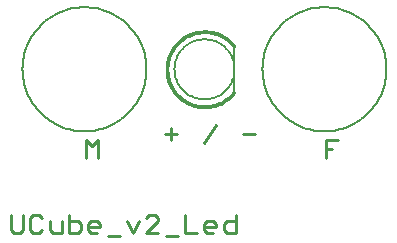
<source format=gto>
G75*
G70*
%OFA0B0*%
%FSLAX24Y24*%
%IPPOS*%
%LPD*%
%AMOC8*
5,1,8,0,0,1.08239X$1,22.5*
%
%ADD10C,0.0110*%
%ADD11C,0.0080*%
%ADD12C,0.0010*%
%ADD13C,0.0060*%
D10*
X001155Y001253D02*
X001253Y001155D01*
X001450Y001155D01*
X001549Y001253D01*
X001549Y001746D01*
X001800Y001647D02*
X001800Y001253D01*
X001898Y001155D01*
X002095Y001155D01*
X002193Y001253D01*
X002444Y001253D02*
X002543Y001155D01*
X002838Y001155D01*
X002838Y001549D01*
X003089Y001549D02*
X003384Y001549D01*
X003482Y001450D01*
X003482Y001253D01*
X003384Y001155D01*
X003089Y001155D01*
X003089Y001746D01*
X002444Y001549D02*
X002444Y001253D01*
X002193Y001647D02*
X002095Y001746D01*
X001898Y001746D01*
X001800Y001647D01*
X001155Y001746D02*
X001155Y001253D01*
X003733Y001253D02*
X003733Y001450D01*
X003832Y001549D01*
X004028Y001549D01*
X004127Y001450D01*
X004127Y001352D01*
X003733Y001352D01*
X003733Y001253D02*
X003832Y001155D01*
X004028Y001155D01*
X004378Y001057D02*
X004771Y001057D01*
X005219Y001155D02*
X005416Y001549D01*
X005667Y001647D02*
X005765Y001746D01*
X005962Y001746D01*
X006061Y001647D01*
X006061Y001549D01*
X005667Y001155D01*
X006061Y001155D01*
X006311Y001057D02*
X006705Y001057D01*
X006956Y001155D02*
X007350Y001155D01*
X007600Y001253D02*
X007600Y001450D01*
X007699Y001549D01*
X007896Y001549D01*
X007994Y001450D01*
X007994Y001352D01*
X007600Y001352D01*
X007600Y001253D02*
X007699Y001155D01*
X007896Y001155D01*
X008245Y001253D02*
X008245Y001450D01*
X008343Y001549D01*
X008639Y001549D01*
X008639Y001746D02*
X008639Y001155D01*
X008343Y001155D01*
X008245Y001253D01*
X006956Y001155D02*
X006956Y001746D01*
X005219Y001155D02*
X005022Y001549D01*
X004049Y003655D02*
X004049Y004246D01*
X003852Y004049D01*
X003655Y004246D01*
X003655Y003655D01*
X006300Y004450D02*
X006693Y004450D01*
X006496Y004647D02*
X006496Y004253D01*
X007589Y004155D02*
X007982Y004746D01*
X008878Y004450D02*
X009271Y004450D01*
X011655Y004246D02*
X011655Y003655D01*
X011655Y003950D02*
X011852Y003950D01*
X011655Y004246D02*
X012049Y004246D01*
D11*
X009533Y006600D02*
X009535Y006701D01*
X009543Y006803D01*
X009555Y006903D01*
X009573Y007003D01*
X009595Y007102D01*
X009622Y007200D01*
X009654Y007296D01*
X009690Y007391D01*
X009731Y007484D01*
X009777Y007574D01*
X009827Y007663D01*
X009881Y007748D01*
X009940Y007831D01*
X010002Y007911D01*
X010068Y007988D01*
X010138Y008062D01*
X010212Y008132D01*
X010289Y008198D01*
X010369Y008260D01*
X010452Y008319D01*
X010537Y008373D01*
X010626Y008423D01*
X010716Y008469D01*
X010809Y008510D01*
X010904Y008546D01*
X011000Y008578D01*
X011098Y008605D01*
X011197Y008627D01*
X011297Y008645D01*
X011397Y008657D01*
X011499Y008665D01*
X011600Y008667D01*
X011701Y008665D01*
X011803Y008657D01*
X011903Y008645D01*
X012003Y008627D01*
X012102Y008605D01*
X012200Y008578D01*
X012296Y008546D01*
X012391Y008510D01*
X012484Y008469D01*
X012574Y008423D01*
X012663Y008373D01*
X012748Y008319D01*
X012831Y008260D01*
X012911Y008198D01*
X012988Y008132D01*
X013062Y008062D01*
X013132Y007988D01*
X013198Y007911D01*
X013260Y007831D01*
X013319Y007748D01*
X013373Y007663D01*
X013423Y007574D01*
X013469Y007484D01*
X013510Y007391D01*
X013546Y007296D01*
X013578Y007200D01*
X013605Y007102D01*
X013627Y007003D01*
X013645Y006903D01*
X013657Y006803D01*
X013665Y006701D01*
X013667Y006600D01*
X013665Y006499D01*
X013657Y006397D01*
X013645Y006297D01*
X013627Y006197D01*
X013605Y006098D01*
X013578Y006000D01*
X013546Y005904D01*
X013510Y005809D01*
X013469Y005716D01*
X013423Y005626D01*
X013373Y005537D01*
X013319Y005452D01*
X013260Y005369D01*
X013198Y005289D01*
X013132Y005212D01*
X013062Y005138D01*
X012988Y005068D01*
X012911Y005002D01*
X012831Y004940D01*
X012748Y004881D01*
X012663Y004827D01*
X012574Y004777D01*
X012484Y004731D01*
X012391Y004690D01*
X012296Y004654D01*
X012200Y004622D01*
X012102Y004595D01*
X012003Y004573D01*
X011903Y004555D01*
X011803Y004543D01*
X011701Y004535D01*
X011600Y004533D01*
X011499Y004535D01*
X011397Y004543D01*
X011297Y004555D01*
X011197Y004573D01*
X011098Y004595D01*
X011000Y004622D01*
X010904Y004654D01*
X010809Y004690D01*
X010716Y004731D01*
X010626Y004777D01*
X010537Y004827D01*
X010452Y004881D01*
X010369Y004940D01*
X010289Y005002D01*
X010212Y005068D01*
X010138Y005138D01*
X010068Y005212D01*
X010002Y005289D01*
X009940Y005369D01*
X009881Y005452D01*
X009827Y005537D01*
X009777Y005626D01*
X009731Y005716D01*
X009690Y005809D01*
X009654Y005904D01*
X009622Y006000D01*
X009595Y006098D01*
X009573Y006197D01*
X009555Y006297D01*
X009543Y006397D01*
X009535Y006499D01*
X009533Y006600D01*
X008600Y005850D02*
X008600Y007350D01*
X001533Y006600D02*
X001535Y006701D01*
X001543Y006803D01*
X001555Y006903D01*
X001573Y007003D01*
X001595Y007102D01*
X001622Y007200D01*
X001654Y007296D01*
X001690Y007391D01*
X001731Y007484D01*
X001777Y007574D01*
X001827Y007663D01*
X001881Y007748D01*
X001940Y007831D01*
X002002Y007911D01*
X002068Y007988D01*
X002138Y008062D01*
X002212Y008132D01*
X002289Y008198D01*
X002369Y008260D01*
X002452Y008319D01*
X002537Y008373D01*
X002626Y008423D01*
X002716Y008469D01*
X002809Y008510D01*
X002904Y008546D01*
X003000Y008578D01*
X003098Y008605D01*
X003197Y008627D01*
X003297Y008645D01*
X003397Y008657D01*
X003499Y008665D01*
X003600Y008667D01*
X003701Y008665D01*
X003803Y008657D01*
X003903Y008645D01*
X004003Y008627D01*
X004102Y008605D01*
X004200Y008578D01*
X004296Y008546D01*
X004391Y008510D01*
X004484Y008469D01*
X004574Y008423D01*
X004663Y008373D01*
X004748Y008319D01*
X004831Y008260D01*
X004911Y008198D01*
X004988Y008132D01*
X005062Y008062D01*
X005132Y007988D01*
X005198Y007911D01*
X005260Y007831D01*
X005319Y007748D01*
X005373Y007663D01*
X005423Y007574D01*
X005469Y007484D01*
X005510Y007391D01*
X005546Y007296D01*
X005578Y007200D01*
X005605Y007102D01*
X005627Y007003D01*
X005645Y006903D01*
X005657Y006803D01*
X005665Y006701D01*
X005667Y006600D01*
X005665Y006499D01*
X005657Y006397D01*
X005645Y006297D01*
X005627Y006197D01*
X005605Y006098D01*
X005578Y006000D01*
X005546Y005904D01*
X005510Y005809D01*
X005469Y005716D01*
X005423Y005626D01*
X005373Y005537D01*
X005319Y005452D01*
X005260Y005369D01*
X005198Y005289D01*
X005132Y005212D01*
X005062Y005138D01*
X004988Y005068D01*
X004911Y005002D01*
X004831Y004940D01*
X004748Y004881D01*
X004663Y004827D01*
X004574Y004777D01*
X004484Y004731D01*
X004391Y004690D01*
X004296Y004654D01*
X004200Y004622D01*
X004102Y004595D01*
X004003Y004573D01*
X003903Y004555D01*
X003803Y004543D01*
X003701Y004535D01*
X003600Y004533D01*
X003499Y004535D01*
X003397Y004543D01*
X003297Y004555D01*
X003197Y004573D01*
X003098Y004595D01*
X003000Y004622D01*
X002904Y004654D01*
X002809Y004690D01*
X002716Y004731D01*
X002626Y004777D01*
X002537Y004827D01*
X002452Y004881D01*
X002369Y004940D01*
X002289Y005002D01*
X002212Y005068D01*
X002138Y005138D01*
X002068Y005212D01*
X002002Y005289D01*
X001940Y005369D01*
X001881Y005452D01*
X001827Y005537D01*
X001777Y005626D01*
X001731Y005716D01*
X001690Y005809D01*
X001654Y005904D01*
X001622Y006000D01*
X001595Y006098D01*
X001573Y006197D01*
X001555Y006297D01*
X001543Y006397D01*
X001535Y006499D01*
X001533Y006600D01*
D12*
X008632Y007380D02*
X008560Y007326D01*
X008561Y007327D02*
X008518Y007380D01*
X008473Y007431D01*
X008424Y007479D01*
X008373Y007524D01*
X008319Y007567D01*
X008263Y007606D01*
X008205Y007642D01*
X008145Y007675D01*
X008084Y007704D01*
X008020Y007729D01*
X007956Y007751D01*
X007890Y007770D01*
X007823Y007784D01*
X007756Y007795D01*
X007688Y007802D01*
X007620Y007805D01*
X007551Y007804D01*
X007483Y007799D01*
X007415Y007791D01*
X007348Y007778D01*
X007282Y007762D01*
X007217Y007742D01*
X007152Y007719D01*
X007090Y007692D01*
X007029Y007661D01*
X006970Y007627D01*
X006912Y007590D01*
X006857Y007549D01*
X006805Y007505D01*
X006755Y007459D01*
X006708Y007410D01*
X006663Y007358D01*
X006622Y007304D01*
X006583Y007247D01*
X006548Y007188D01*
X006517Y007128D01*
X006489Y007066D01*
X006464Y007002D01*
X006443Y006937D01*
X006426Y006871D01*
X006412Y006804D01*
X006403Y006736D01*
X006397Y006668D01*
X006395Y006600D01*
X006397Y006532D01*
X006403Y006464D01*
X006412Y006396D01*
X006426Y006329D01*
X006443Y006263D01*
X006464Y006198D01*
X006489Y006134D01*
X006517Y006072D01*
X006548Y006012D01*
X006583Y005953D01*
X006622Y005896D01*
X006663Y005842D01*
X006708Y005790D01*
X006755Y005741D01*
X006805Y005695D01*
X006857Y005651D01*
X006912Y005610D01*
X006970Y005573D01*
X007029Y005539D01*
X007090Y005508D01*
X007152Y005481D01*
X007217Y005458D01*
X007282Y005438D01*
X007348Y005422D01*
X007415Y005409D01*
X007483Y005401D01*
X007551Y005396D01*
X007620Y005395D01*
X007688Y005398D01*
X007756Y005405D01*
X007823Y005416D01*
X007890Y005430D01*
X007956Y005449D01*
X008020Y005471D01*
X008084Y005496D01*
X008145Y005525D01*
X008205Y005558D01*
X008263Y005594D01*
X008319Y005633D01*
X008373Y005676D01*
X008424Y005721D01*
X008473Y005769D01*
X008518Y005820D01*
X008561Y005873D01*
X008632Y005820D01*
X008633Y005819D01*
X008589Y005764D01*
X008541Y005711D01*
X008491Y005660D01*
X008438Y005613D01*
X008383Y005569D01*
X008325Y005527D01*
X008265Y005489D01*
X008204Y005454D01*
X008140Y005423D01*
X008075Y005395D01*
X008008Y005371D01*
X007940Y005350D01*
X007871Y005334D01*
X007801Y005321D01*
X007731Y005312D01*
X007660Y005306D01*
X007589Y005305D01*
X007518Y005308D01*
X007447Y005314D01*
X007377Y005324D01*
X007308Y005338D01*
X007239Y005356D01*
X007171Y005378D01*
X007105Y005403D01*
X007040Y005432D01*
X006977Y005465D01*
X006916Y005501D01*
X006857Y005540D01*
X006800Y005582D01*
X006745Y005627D01*
X006693Y005676D01*
X006644Y005727D01*
X006597Y005780D01*
X006554Y005837D01*
X006514Y005895D01*
X006477Y005956D01*
X006443Y006018D01*
X006413Y006082D01*
X006386Y006148D01*
X006363Y006215D01*
X006344Y006284D01*
X006329Y006353D01*
X006317Y006423D01*
X006309Y006494D01*
X006305Y006565D01*
X006305Y006635D01*
X006309Y006706D01*
X006317Y006777D01*
X006329Y006847D01*
X006344Y006916D01*
X006363Y006985D01*
X006386Y007052D01*
X006413Y007118D01*
X006443Y007182D01*
X006477Y007244D01*
X006514Y007305D01*
X006554Y007363D01*
X006597Y007420D01*
X006644Y007473D01*
X006693Y007524D01*
X006745Y007573D01*
X006800Y007618D01*
X006857Y007660D01*
X006916Y007699D01*
X006977Y007735D01*
X007040Y007768D01*
X007105Y007797D01*
X007171Y007822D01*
X007239Y007844D01*
X007308Y007862D01*
X007377Y007876D01*
X007447Y007886D01*
X007518Y007892D01*
X007589Y007895D01*
X007660Y007894D01*
X007731Y007888D01*
X007801Y007879D01*
X007871Y007866D01*
X007940Y007850D01*
X008008Y007829D01*
X008075Y007805D01*
X008140Y007777D01*
X008204Y007746D01*
X008265Y007711D01*
X008325Y007673D01*
X008383Y007631D01*
X008438Y007587D01*
X008491Y007540D01*
X008541Y007489D01*
X008589Y007436D01*
X008633Y007381D01*
X008626Y007376D01*
X008581Y007431D01*
X008534Y007484D01*
X008483Y007535D01*
X008430Y007582D01*
X008374Y007627D01*
X008316Y007668D01*
X008256Y007706D01*
X008194Y007741D01*
X008130Y007772D01*
X008064Y007799D01*
X007997Y007823D01*
X007928Y007843D01*
X007859Y007860D01*
X007789Y007872D01*
X007718Y007881D01*
X007647Y007885D01*
X007576Y007886D01*
X007505Y007882D01*
X007434Y007875D01*
X007363Y007864D01*
X007294Y007849D01*
X007225Y007830D01*
X007157Y007807D01*
X007091Y007781D01*
X007026Y007751D01*
X006964Y007717D01*
X006903Y007681D01*
X006844Y007640D01*
X006787Y007597D01*
X006733Y007550D01*
X006682Y007501D01*
X006634Y007448D01*
X006588Y007394D01*
X006546Y007336D01*
X006507Y007277D01*
X006471Y007215D01*
X006438Y007152D01*
X006410Y007087D01*
X006384Y007020D01*
X006363Y006952D01*
X006345Y006883D01*
X006332Y006813D01*
X006322Y006742D01*
X006316Y006671D01*
X006314Y006600D01*
X006316Y006529D01*
X006322Y006458D01*
X006332Y006387D01*
X006345Y006317D01*
X006363Y006248D01*
X006384Y006180D01*
X006410Y006113D01*
X006438Y006048D01*
X006471Y005985D01*
X006507Y005923D01*
X006546Y005864D01*
X006588Y005806D01*
X006634Y005752D01*
X006682Y005699D01*
X006733Y005650D01*
X006787Y005603D01*
X006844Y005560D01*
X006903Y005519D01*
X006964Y005483D01*
X007026Y005449D01*
X007091Y005419D01*
X007157Y005393D01*
X007225Y005370D01*
X007294Y005351D01*
X007363Y005336D01*
X007434Y005325D01*
X007505Y005318D01*
X007576Y005314D01*
X007647Y005315D01*
X007718Y005319D01*
X007789Y005328D01*
X007859Y005340D01*
X007928Y005357D01*
X007997Y005377D01*
X008064Y005401D01*
X008130Y005428D01*
X008194Y005459D01*
X008256Y005494D01*
X008316Y005532D01*
X008374Y005573D01*
X008430Y005618D01*
X008483Y005665D01*
X008534Y005716D01*
X008581Y005769D01*
X008626Y005824D01*
X008619Y005830D01*
X008574Y005775D01*
X008527Y005722D01*
X008477Y005672D01*
X008424Y005625D01*
X008369Y005581D01*
X008311Y005539D01*
X008252Y005502D01*
X008190Y005467D01*
X008126Y005436D01*
X008061Y005409D01*
X007994Y005385D01*
X007926Y005365D01*
X007857Y005349D01*
X007788Y005337D01*
X007717Y005328D01*
X007647Y005324D01*
X007576Y005323D01*
X007505Y005327D01*
X007435Y005334D01*
X007365Y005345D01*
X007296Y005360D01*
X007228Y005379D01*
X007160Y005401D01*
X007095Y005427D01*
X007030Y005457D01*
X006968Y005490D01*
X006908Y005527D01*
X006849Y005567D01*
X006793Y005610D01*
X006739Y005656D01*
X006689Y005706D01*
X006640Y005757D01*
X006595Y005812D01*
X006553Y005869D01*
X006514Y005928D01*
X006479Y005989D01*
X006446Y006052D01*
X006418Y006117D01*
X006393Y006183D01*
X006372Y006251D01*
X006354Y006319D01*
X006341Y006389D01*
X006331Y006459D01*
X006325Y006529D01*
X006323Y006600D01*
X006325Y006671D01*
X006331Y006741D01*
X006341Y006811D01*
X006354Y006881D01*
X006372Y006949D01*
X006393Y007017D01*
X006418Y007083D01*
X006446Y007148D01*
X006479Y007211D01*
X006514Y007272D01*
X006553Y007331D01*
X006595Y007388D01*
X006640Y007443D01*
X006689Y007494D01*
X006739Y007544D01*
X006793Y007590D01*
X006849Y007633D01*
X006908Y007673D01*
X006968Y007710D01*
X007030Y007743D01*
X007095Y007773D01*
X007160Y007799D01*
X007228Y007821D01*
X007296Y007840D01*
X007365Y007855D01*
X007435Y007866D01*
X007505Y007873D01*
X007576Y007877D01*
X007647Y007876D01*
X007717Y007872D01*
X007788Y007863D01*
X007857Y007851D01*
X007926Y007835D01*
X007994Y007815D01*
X008061Y007791D01*
X008126Y007764D01*
X008190Y007733D01*
X008252Y007698D01*
X008311Y007661D01*
X008369Y007619D01*
X008424Y007575D01*
X008477Y007528D01*
X008527Y007478D01*
X008574Y007425D01*
X008619Y007370D01*
X008611Y007365D01*
X008567Y007420D01*
X008519Y007473D01*
X008469Y007523D01*
X008416Y007571D01*
X008360Y007615D01*
X008302Y007656D01*
X008242Y007693D01*
X008180Y007728D01*
X008116Y007758D01*
X008050Y007785D01*
X007983Y007809D01*
X007915Y007828D01*
X007845Y007844D01*
X007775Y007856D01*
X007705Y007864D01*
X007634Y007868D01*
X007563Y007867D01*
X007492Y007863D01*
X007421Y007855D01*
X007351Y007843D01*
X007282Y007827D01*
X007214Y007808D01*
X007146Y007784D01*
X007081Y007757D01*
X007017Y007726D01*
X006955Y007692D01*
X006895Y007654D01*
X006837Y007612D01*
X006781Y007568D01*
X006728Y007521D01*
X006678Y007470D01*
X006631Y007417D01*
X006586Y007362D01*
X006545Y007304D01*
X006508Y007244D01*
X006473Y007181D01*
X006442Y007117D01*
X006415Y007052D01*
X006392Y006985D01*
X006372Y006916D01*
X006356Y006847D01*
X006344Y006777D01*
X006336Y006706D01*
X006332Y006636D01*
X006332Y006564D01*
X006336Y006494D01*
X006344Y006423D01*
X006356Y006353D01*
X006372Y006284D01*
X006392Y006215D01*
X006415Y006148D01*
X006442Y006083D01*
X006473Y006019D01*
X006508Y005956D01*
X006545Y005896D01*
X006586Y005838D01*
X006631Y005783D01*
X006678Y005730D01*
X006728Y005679D01*
X006781Y005632D01*
X006837Y005588D01*
X006895Y005546D01*
X006955Y005508D01*
X007017Y005474D01*
X007081Y005443D01*
X007146Y005416D01*
X007214Y005392D01*
X007282Y005373D01*
X007351Y005357D01*
X007421Y005345D01*
X007492Y005337D01*
X007563Y005333D01*
X007634Y005332D01*
X007705Y005336D01*
X007775Y005344D01*
X007845Y005356D01*
X007915Y005372D01*
X007983Y005391D01*
X008050Y005415D01*
X008116Y005442D01*
X008180Y005472D01*
X008242Y005507D01*
X008302Y005544D01*
X008360Y005585D01*
X008416Y005629D01*
X008469Y005677D01*
X008519Y005727D01*
X008567Y005780D01*
X008611Y005835D01*
X008604Y005841D01*
X008560Y005786D01*
X008513Y005733D01*
X008463Y005683D01*
X008410Y005636D01*
X008355Y005592D01*
X008297Y005552D01*
X008238Y005514D01*
X008176Y005480D01*
X008112Y005450D01*
X008047Y005423D01*
X007980Y005400D01*
X007912Y005380D01*
X007844Y005365D01*
X007774Y005353D01*
X007704Y005345D01*
X007633Y005341D01*
X007563Y005342D01*
X007492Y005346D01*
X007422Y005354D01*
X007353Y005366D01*
X007284Y005381D01*
X007216Y005401D01*
X007150Y005424D01*
X007085Y005451D01*
X007021Y005482D01*
X006959Y005516D01*
X006900Y005554D01*
X006842Y005595D01*
X006787Y005639D01*
X006734Y005686D01*
X006685Y005736D01*
X006638Y005788D01*
X006594Y005844D01*
X006553Y005901D01*
X006515Y005961D01*
X006481Y006023D01*
X006451Y006086D01*
X006424Y006151D01*
X006400Y006218D01*
X006381Y006286D01*
X006365Y006355D01*
X006353Y006424D01*
X006345Y006494D01*
X006341Y006565D01*
X006341Y006635D01*
X006345Y006706D01*
X006353Y006776D01*
X006365Y006845D01*
X006381Y006914D01*
X006400Y006982D01*
X006424Y007049D01*
X006451Y007114D01*
X006481Y007177D01*
X006515Y007239D01*
X006553Y007299D01*
X006594Y007356D01*
X006638Y007412D01*
X006685Y007464D01*
X006734Y007514D01*
X006787Y007561D01*
X006842Y007605D01*
X006900Y007646D01*
X006959Y007684D01*
X007021Y007718D01*
X007085Y007749D01*
X007150Y007776D01*
X007216Y007799D01*
X007284Y007819D01*
X007353Y007834D01*
X007422Y007846D01*
X007492Y007854D01*
X007563Y007858D01*
X007633Y007859D01*
X007704Y007855D01*
X007774Y007847D01*
X007844Y007835D01*
X007912Y007820D01*
X007980Y007800D01*
X008047Y007777D01*
X008112Y007750D01*
X008176Y007720D01*
X008238Y007686D01*
X008297Y007648D01*
X008355Y007608D01*
X008410Y007564D01*
X008463Y007517D01*
X008513Y007467D01*
X008560Y007414D01*
X008604Y007359D01*
X008597Y007354D01*
X008553Y007409D01*
X008506Y007461D01*
X008457Y007510D01*
X008404Y007557D01*
X008350Y007600D01*
X008292Y007641D01*
X008233Y007678D01*
X008172Y007712D01*
X008108Y007742D01*
X008044Y007769D01*
X007977Y007792D01*
X007910Y007811D01*
X007842Y007826D01*
X007773Y007838D01*
X007703Y007846D01*
X007633Y007850D01*
X007563Y007849D01*
X007493Y007845D01*
X007424Y007837D01*
X007355Y007826D01*
X007286Y007810D01*
X007219Y007791D01*
X007153Y007767D01*
X007088Y007740D01*
X007025Y007710D01*
X006964Y007676D01*
X006905Y007639D01*
X006847Y007598D01*
X006793Y007554D01*
X006741Y007508D01*
X006691Y007458D01*
X006644Y007406D01*
X006601Y007351D01*
X006560Y007294D01*
X006523Y007235D01*
X006489Y007173D01*
X006459Y007110D01*
X006432Y007045D01*
X006409Y006979D01*
X006390Y006912D01*
X006374Y006844D01*
X006362Y006775D01*
X006354Y006705D01*
X006350Y006635D01*
X006350Y006565D01*
X006354Y006495D01*
X006362Y006425D01*
X006374Y006356D01*
X006390Y006288D01*
X006409Y006221D01*
X006432Y006155D01*
X006459Y006090D01*
X006489Y006027D01*
X006523Y005965D01*
X006560Y005906D01*
X006601Y005849D01*
X006644Y005794D01*
X006691Y005742D01*
X006741Y005692D01*
X006793Y005646D01*
X006847Y005602D01*
X006905Y005561D01*
X006964Y005524D01*
X007025Y005490D01*
X007088Y005460D01*
X007153Y005433D01*
X007219Y005409D01*
X007286Y005390D01*
X007355Y005374D01*
X007424Y005363D01*
X007493Y005355D01*
X007563Y005351D01*
X007633Y005350D01*
X007703Y005354D01*
X007773Y005362D01*
X007842Y005374D01*
X007910Y005389D01*
X007977Y005408D01*
X008044Y005431D01*
X008108Y005458D01*
X008172Y005488D01*
X008233Y005522D01*
X008292Y005559D01*
X008350Y005600D01*
X008404Y005643D01*
X008457Y005690D01*
X008506Y005739D01*
X008553Y005791D01*
X008597Y005846D01*
X008590Y005851D01*
X008546Y005797D01*
X008500Y005745D01*
X008451Y005696D01*
X008399Y005650D01*
X008344Y005607D01*
X008287Y005567D01*
X008228Y005530D01*
X008167Y005496D01*
X008105Y005466D01*
X008040Y005440D01*
X007975Y005417D01*
X007908Y005398D01*
X007840Y005382D01*
X007771Y005371D01*
X007702Y005363D01*
X007633Y005359D01*
X007563Y005360D01*
X007494Y005364D01*
X007425Y005371D01*
X007356Y005383D01*
X007289Y005399D01*
X007222Y005418D01*
X007156Y005441D01*
X007092Y005468D01*
X007029Y005498D01*
X006968Y005532D01*
X006910Y005569D01*
X006853Y005609D01*
X006799Y005652D01*
X006747Y005699D01*
X006698Y005748D01*
X006651Y005800D01*
X006608Y005854D01*
X006568Y005911D01*
X006531Y005970D01*
X006497Y006031D01*
X006467Y006094D01*
X006440Y006158D01*
X006417Y006223D01*
X006398Y006290D01*
X006383Y006358D01*
X006371Y006427D01*
X006363Y006496D01*
X006359Y006565D01*
X006359Y006635D01*
X006363Y006704D01*
X006371Y006773D01*
X006383Y006842D01*
X006398Y006910D01*
X006417Y006977D01*
X006440Y007042D01*
X006467Y007106D01*
X006497Y007169D01*
X006531Y007230D01*
X006568Y007289D01*
X006608Y007346D01*
X006651Y007400D01*
X006698Y007452D01*
X006747Y007501D01*
X006799Y007548D01*
X006853Y007591D01*
X006910Y007631D01*
X006968Y007668D01*
X007029Y007702D01*
X007092Y007732D01*
X007156Y007759D01*
X007222Y007782D01*
X007289Y007801D01*
X007356Y007817D01*
X007425Y007829D01*
X007494Y007836D01*
X007563Y007840D01*
X007633Y007841D01*
X007702Y007837D01*
X007771Y007829D01*
X007840Y007818D01*
X007908Y007802D01*
X007975Y007783D01*
X008040Y007760D01*
X008105Y007734D01*
X008167Y007704D01*
X008228Y007670D01*
X008287Y007633D01*
X008344Y007593D01*
X008399Y007550D01*
X008451Y007504D01*
X008500Y007455D01*
X008546Y007403D01*
X008590Y007349D01*
X008583Y007343D01*
X008539Y007397D01*
X008493Y007448D01*
X008444Y007497D01*
X008393Y007543D01*
X008339Y007586D01*
X008282Y007626D01*
X008224Y007662D01*
X008163Y007696D01*
X008101Y007726D01*
X008037Y007752D01*
X007972Y007774D01*
X007906Y007793D01*
X007838Y007809D01*
X007770Y007820D01*
X007702Y007828D01*
X007633Y007832D01*
X007564Y007831D01*
X007495Y007827D01*
X007426Y007820D01*
X007358Y007808D01*
X007291Y007793D01*
X007224Y007773D01*
X007159Y007750D01*
X007096Y007724D01*
X007033Y007694D01*
X006973Y007661D01*
X006915Y007624D01*
X006858Y007584D01*
X006804Y007541D01*
X006753Y007495D01*
X006704Y007446D01*
X006658Y007394D01*
X006615Y007340D01*
X006575Y007284D01*
X006539Y007225D01*
X006505Y007165D01*
X006475Y007103D01*
X006449Y007039D01*
X006426Y006974D01*
X006407Y006907D01*
X006392Y006840D01*
X006380Y006772D01*
X006372Y006703D01*
X006368Y006635D01*
X006368Y006565D01*
X006372Y006497D01*
X006380Y006428D01*
X006392Y006360D01*
X006407Y006293D01*
X006426Y006226D01*
X006449Y006161D01*
X006475Y006097D01*
X006505Y006035D01*
X006539Y005975D01*
X006575Y005916D01*
X006615Y005860D01*
X006658Y005806D01*
X006704Y005754D01*
X006753Y005705D01*
X006804Y005659D01*
X006858Y005616D01*
X006915Y005576D01*
X006973Y005539D01*
X007033Y005506D01*
X007096Y005476D01*
X007159Y005450D01*
X007224Y005427D01*
X007291Y005407D01*
X007358Y005392D01*
X007426Y005380D01*
X007495Y005373D01*
X007564Y005369D01*
X007633Y005368D01*
X007702Y005372D01*
X007770Y005380D01*
X007838Y005391D01*
X007906Y005407D01*
X007972Y005426D01*
X008037Y005448D01*
X008101Y005474D01*
X008163Y005504D01*
X008224Y005538D01*
X008282Y005574D01*
X008339Y005614D01*
X008393Y005657D01*
X008444Y005703D01*
X008493Y005752D01*
X008539Y005803D01*
X008583Y005857D01*
X008575Y005862D01*
X008532Y005808D01*
X008486Y005757D01*
X008436Y005708D01*
X008385Y005662D01*
X008330Y005619D01*
X008273Y005579D01*
X008215Y005543D01*
X008154Y005509D01*
X008091Y005480D01*
X008027Y005454D01*
X007961Y005432D01*
X007894Y005413D01*
X007827Y005398D01*
X007758Y005387D01*
X007689Y005380D01*
X007620Y005377D01*
X007551Y005378D01*
X007481Y005383D01*
X007413Y005391D01*
X007345Y005404D01*
X007277Y005420D01*
X007211Y005441D01*
X007146Y005464D01*
X007082Y005492D01*
X007020Y005523D01*
X006960Y005558D01*
X006902Y005596D01*
X006846Y005637D01*
X006793Y005681D01*
X006742Y005728D01*
X006694Y005778D01*
X006649Y005831D01*
X006607Y005886D01*
X006568Y005943D01*
X006533Y006003D01*
X006501Y006064D01*
X006472Y006127D01*
X006447Y006192D01*
X006426Y006258D01*
X006408Y006325D01*
X006395Y006393D01*
X006385Y006462D01*
X006379Y006531D01*
X006377Y006600D01*
X006379Y006669D01*
X006385Y006738D01*
X006395Y006807D01*
X006408Y006875D01*
X006426Y006942D01*
X006447Y007008D01*
X006472Y007073D01*
X006501Y007136D01*
X006533Y007197D01*
X006568Y007257D01*
X006607Y007314D01*
X006649Y007369D01*
X006694Y007422D01*
X006742Y007472D01*
X006793Y007519D01*
X006846Y007563D01*
X006902Y007604D01*
X006960Y007642D01*
X007020Y007677D01*
X007082Y007708D01*
X007146Y007736D01*
X007211Y007759D01*
X007277Y007780D01*
X007345Y007796D01*
X007413Y007809D01*
X007481Y007817D01*
X007551Y007822D01*
X007620Y007823D01*
X007689Y007820D01*
X007758Y007813D01*
X007827Y007802D01*
X007894Y007787D01*
X007961Y007768D01*
X008027Y007746D01*
X008091Y007720D01*
X008154Y007691D01*
X008215Y007657D01*
X008273Y007621D01*
X008330Y007581D01*
X008385Y007538D01*
X008436Y007492D01*
X008486Y007443D01*
X008532Y007392D01*
X008575Y007338D01*
X008568Y007332D01*
X008525Y007386D01*
X008479Y007437D01*
X008430Y007486D01*
X008379Y007531D01*
X008325Y007574D01*
X008268Y007613D01*
X008210Y007650D01*
X008150Y007683D01*
X008087Y007712D01*
X008024Y007738D01*
X007958Y007760D01*
X007892Y007778D01*
X007825Y007793D01*
X007757Y007804D01*
X007688Y007811D01*
X007620Y007814D01*
X007551Y007813D01*
X007482Y007808D01*
X007414Y007800D01*
X007346Y007787D01*
X007280Y007771D01*
X007214Y007751D01*
X007149Y007727D01*
X007086Y007700D01*
X007025Y007669D01*
X006965Y007635D01*
X006907Y007597D01*
X006852Y007556D01*
X006799Y007512D01*
X006749Y007465D01*
X006701Y007416D01*
X006656Y007364D01*
X006614Y007309D01*
X006576Y007252D01*
X006541Y007193D01*
X006509Y007132D01*
X006480Y007069D01*
X006456Y007005D01*
X006434Y006939D01*
X006417Y006873D01*
X006404Y006805D01*
X006394Y006737D01*
X006388Y006669D01*
X006386Y006600D01*
X006388Y006531D01*
X006394Y006463D01*
X006404Y006395D01*
X006417Y006327D01*
X006434Y006261D01*
X006456Y006195D01*
X006480Y006131D01*
X006509Y006068D01*
X006541Y006007D01*
X006576Y005948D01*
X006614Y005891D01*
X006656Y005836D01*
X006701Y005784D01*
X006749Y005735D01*
X006799Y005688D01*
X006852Y005644D01*
X006907Y005603D01*
X006965Y005565D01*
X007025Y005531D01*
X007086Y005500D01*
X007149Y005473D01*
X007214Y005449D01*
X007280Y005429D01*
X007346Y005413D01*
X007414Y005400D01*
X007482Y005392D01*
X007551Y005387D01*
X007620Y005386D01*
X007688Y005389D01*
X007757Y005396D01*
X007825Y005407D01*
X007892Y005422D01*
X007958Y005440D01*
X008024Y005462D01*
X008087Y005488D01*
X008150Y005517D01*
X008210Y005550D01*
X008268Y005587D01*
X008325Y005626D01*
X008379Y005669D01*
X008430Y005714D01*
X008479Y005763D01*
X008525Y005814D01*
X008568Y005868D01*
D13*
X006600Y006600D02*
X006602Y006663D01*
X006608Y006725D01*
X006618Y006787D01*
X006631Y006849D01*
X006649Y006909D01*
X006670Y006968D01*
X006695Y007026D01*
X006724Y007082D01*
X006756Y007136D01*
X006791Y007188D01*
X006829Y007237D01*
X006871Y007285D01*
X006915Y007329D01*
X006963Y007371D01*
X007012Y007409D01*
X007064Y007444D01*
X007118Y007476D01*
X007174Y007505D01*
X007232Y007530D01*
X007291Y007551D01*
X007351Y007569D01*
X007413Y007582D01*
X007475Y007592D01*
X007537Y007598D01*
X007600Y007600D01*
X007663Y007598D01*
X007725Y007592D01*
X007787Y007582D01*
X007849Y007569D01*
X007909Y007551D01*
X007968Y007530D01*
X008026Y007505D01*
X008082Y007476D01*
X008136Y007444D01*
X008188Y007409D01*
X008237Y007371D01*
X008285Y007329D01*
X008329Y007285D01*
X008371Y007237D01*
X008409Y007188D01*
X008444Y007136D01*
X008476Y007082D01*
X008505Y007026D01*
X008530Y006968D01*
X008551Y006909D01*
X008569Y006849D01*
X008582Y006787D01*
X008592Y006725D01*
X008598Y006663D01*
X008600Y006600D01*
X008598Y006537D01*
X008592Y006475D01*
X008582Y006413D01*
X008569Y006351D01*
X008551Y006291D01*
X008530Y006232D01*
X008505Y006174D01*
X008476Y006118D01*
X008444Y006064D01*
X008409Y006012D01*
X008371Y005963D01*
X008329Y005915D01*
X008285Y005871D01*
X008237Y005829D01*
X008188Y005791D01*
X008136Y005756D01*
X008082Y005724D01*
X008026Y005695D01*
X007968Y005670D01*
X007909Y005649D01*
X007849Y005631D01*
X007787Y005618D01*
X007725Y005608D01*
X007663Y005602D01*
X007600Y005600D01*
X007537Y005602D01*
X007475Y005608D01*
X007413Y005618D01*
X007351Y005631D01*
X007291Y005649D01*
X007232Y005670D01*
X007174Y005695D01*
X007118Y005724D01*
X007064Y005756D01*
X007012Y005791D01*
X006963Y005829D01*
X006915Y005871D01*
X006871Y005915D01*
X006829Y005963D01*
X006791Y006012D01*
X006756Y006064D01*
X006724Y006118D01*
X006695Y006174D01*
X006670Y006232D01*
X006649Y006291D01*
X006631Y006351D01*
X006618Y006413D01*
X006608Y006475D01*
X006602Y006537D01*
X006600Y006600D01*
M02*

</source>
